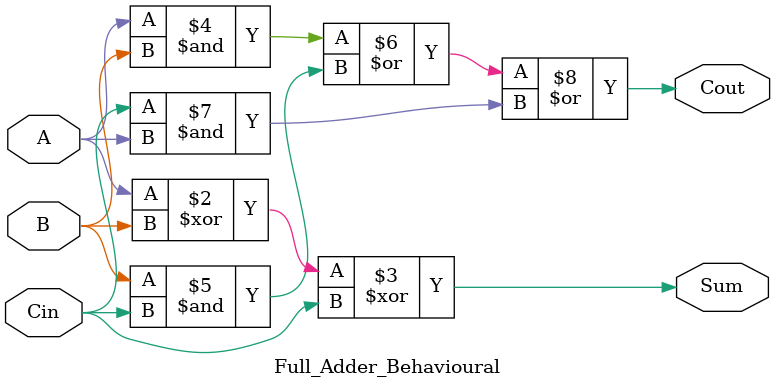
<source format=v>
`timescale 1ns / 1ps

module Full_Adder_Behavioural(
    input A,
    input B,
    input Cin,
    output reg Sum,
    output reg Cout
    );
    
    always @ (A,B,Cin)
    begin
        Sum = A ^ B ^ Cin;
        Cout = (A & B)|(B & Cin)|(Cin & A);
    end
    
endmodule

</source>
